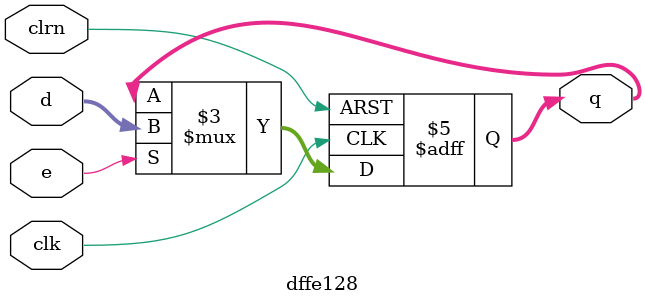
<source format=v>
/************************************************
  The Verilog HDL code example is from the book
  Computer Principles and Design in Verilog HDL
  by Yamin Li, published by A JOHN WILEY & SONS
************************************************/
module dffe128 (d,clk,clrn,e,q);                         // a 32-bit register
    input      [127:0] d;                                // input d
    input             e;                                // e: enable
    input             clk, clrn;                        // clock and reset
    output reg [127:0] q;                                // output q
    always @(negedge clrn or posedge clk)
        if (!clrn)  q <= 0;                             // q = 0 if reset
        else if (e) q <= d;                             // save d if enabled
endmodule

</source>
